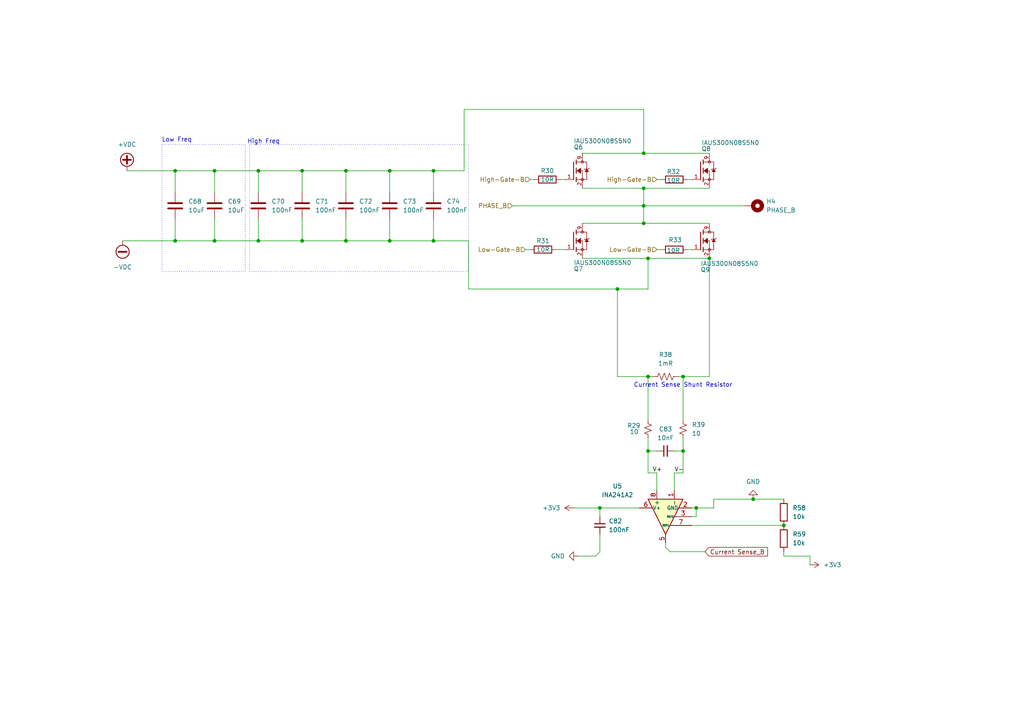
<source format=kicad_sch>
(kicad_sch (version 20250114) (generator "eeschema") (generator_version "9.0")
  (paper "A4")
  (lib_symbols
    (symbol "Device:C" (pin_numbers (hide yes)) (pin_names (offset 0.254))
      (property "Reference" "C" (at 0.635 2.54 0))
      (property "Value" "C" (at 0.635 -2.54 0))
      (symbol "C_0_1"
        (polyline (pts (xy -2.032 0.762) (xy 2.032 0.762)) (stroke (width 0.508)))
        (polyline (pts (xy -2.032 -0.762) (xy 2.032 -0.762)) (stroke (width 0.508)))
      )
      (symbol "C_1_1"
        (pin passive line (at 0 3.81 270) (length 2.794) (name "~") (number "1"))
        (pin passive line (at 0 -3.81 90) (length 2.794) (name "~") (number "2"))
      )
    )
    (symbol "Device:R" (pin_numbers (hide yes)) (pin_names (offset 0))
      (property "Reference" "R" (at 2.032 0 90))
      (property "Value" "R" (at 0 0 90))
      (symbol "R_0_1"
        (rectangle (start -1.016 -2.54) (end 1.016 2.54) (stroke (width 0.254)))
      )
      (symbol "R_1_1"
        (pin passive line (at 0 3.81 270) (length 1.27) (name "~") (number "1"))
        (pin passive line (at 0 -3.81 90) (length 1.27) (name "~") (number "2"))
      )
    )
    (symbol "IAUS300N08S5N014ATMA1:IAUS300N08S5N014ATMA1" (pin_names (offset 1.016))
      (property "Reference" "Q" (at -8.89 2.54 0))
      (property "Value" "IAUS300N08S5N014ATMA1" (at -8.89 -7.62 0))
      (symbol "IAUS300N08S5N014ATMA1_0_0"
        (polyline (pts (xy 0 2.54) (xy 0 -2.54)) (stroke (width 0.254)))
        (polyline (pts (xy 0.762 3.175) (xy 0.762 2.54)) (stroke (width 0.254)))
        (polyline (pts (xy 0.762 2.54) (xy 0.762 1.905)) (stroke (width 0.254)))
        (polyline (pts (xy 0.762 2.54) (xy 3.81 2.54)) (stroke (width 0.1524)))
        (polyline (pts (xy 0.762 0.762) (xy 0.762 0)) (stroke (width 0.254)))
        (polyline (pts (xy 0.762 0) (xy 0.762 -0.762)) (stroke (width 0.254)))
        (polyline (pts (xy 0.762 0) (xy 2.54 0)) (stroke (width 0.1524)))
        (polyline (pts (xy 0.762 -1.905) (xy 0.762 -2.54)) (stroke (width 0.254)))
        (polyline (pts (xy 0.762 -2.54) (xy 0.762 -3.175)) (stroke (width 0.254)))
        (polyline (pts (xy 1.016 0) (xy 2.032 0.762) (xy 2.032 -0.762) (xy 1.016 0)) (stroke (width 0.1524)) (fill (type outline)))
        (circle (center 2.54 2.54) (radius 0.3592))
        (polyline (pts (xy 2.54 0) (xy 2.54 -2.54)) (stroke (width 0.1524)))
        (polyline (pts (xy 2.54 -2.54) (xy 0.762 -2.54)) (stroke (width 0.1524)))
        (polyline (pts (xy 2.54 -2.54) (xy 3.81 -2.54)) (stroke (width 0.1524)))
        (circle (center 2.54 -2.54) (radius 0.3592))
        (polyline (pts (xy 3.302 0.508) (xy 3.048 0.254)) (stroke (width 0.1524)))
        (polyline (pts (xy 3.81 2.54) (xy 3.81 0.508)) (stroke (width 0.1524)))
        (polyline (pts (xy 3.81 0.508) (xy 3.302 0.508)) (stroke (width 0.1524)))
        (polyline (pts (xy 3.81 0.508) (xy 3.81 -2.54)) (stroke (width 0.1524)))
        (polyline (pts (xy 3.81 0.508) (xy 3.302 -0.254) (xy 4.318 -0.254) (xy 3.81 0.508)) (stroke (width 0.1524)) (fill (type outline)))
        (polyline (pts (xy 4.318 0.508) (xy 3.81 0.508)) (stroke (width 0.1524)))
        (polyline (pts (xy 4.572 0.762) (xy 4.318 0.508)) (stroke (width 0.1524)))
        (pin passive line (at -2.54 -2.54 0) (length 2.54) (name "~") (number "1"))
        (pin passive line (at 2.54 5.08 270) (length 2.54) (name "~") (number "9"))
        (pin passive line (at 2.54 -5.08 90) (length 2.54) (name "~") (number "2"))
        (pin passive line (at 2.54 -5.08 90) (length 2.54) (hide yes) (name "~") (number "3"))
        (pin passive line (at 2.54 -5.08 90) (length 2.54) (hide yes) (name "~") (number "4"))
        (pin passive line (at 2.54 -5.08 90) (length 2.54) (hide yes) (name "~") (number "5"))
        (pin passive line (at 2.54 -5.08 90) (length 2.54) (hide yes) (name "~") (number "6"))
        (pin passive line (at 2.54 -5.08 90) (length 2.54) (hide yes) (name "~") (number "7"))
        (pin passive line (at 2.54 -5.08 90) (length 2.54) (hide yes) (name "~") (number "8"))
      )
    )
    (symbol "Mechanical:MountingHole_Pad" (pin_numbers (hide yes)) (pin_names (offset 1.016) (hide yes)) (in_bom no)
      (property "Reference" "H" (at 0 6.35 0))
      (property "Value" "MountingHole_Pad" (at 0 4.445 0))
      (symbol "MountingHole_Pad_0_1"
        (circle (center 0 1.27) (radius 1.27) (stroke (width 1.27)))
      )
      (symbol "MountingHole_Pad_1_1"
        (pin input line (at 0 -2.54 90) (length 2.54) (name "1") (number "1"))
      )
    )
    (symbol "OpenMD:C_Small" (pin_numbers (hide yes)) (pin_names (offset 0.254) (hide yes))
      (property "Reference" "C" (at 0.254 1.778 0))
      (property "Value" "C_Small" (at 0.254 -2.032 0))
      (symbol "C_Small_0_1"
        (polyline (pts (xy -1.524 0.508) (xy 1.524 0.508)) (stroke (width 0.3048)))
        (polyline (pts (xy -1.524 -0.508) (xy 1.524 -0.508)) (stroke (width 0.3302)))
      )
      (symbol "C_Small_1_1"
        (pin passive line (at 0 2.54 270) (length 2.032) (name "~") (number "1"))
        (pin passive line (at 0 -2.54 90) (length 2.032) (name "~") (number "2"))
      )
    )
    (symbol "OpenMD:INA241A2xDDF" (pin_names (offset 0.127))
      (property "Reference" "U" (at 3.81 3.81 0))
      (property "Value" "INA241A2xDDF" (at 3.81 -2.54 0))
      (symbol "INA241A2xDDF_0_1"
        (polyline (pts (xy 5.08 0) (xy -5.08 5.08) (xy -5.08 -5.08) (xy 5.08 0)) (stroke (width 0.254)) (fill (type background)))
      )
      (symbol "INA241A2xDDF_1_1"
        (pin input line (at -7.62 2.54 0) (length 2.54) (name "+") (number "8"))
        (pin input line (at -7.62 -2.54 0) (length 2.54) (name "-") (number "1"))
        (pin power_in line (at -2.54 7.62 270) (length 3.81) (name "V+") (number "6"))
        (pin power_in line (at -2.54 -7.62 90) (length 3.81) (name "GND") (number "2"))
        (pin passive line (at -2.54 -7.62 90) (length 3.81) (hide yes) (name "GND") (number "4"))
        (pin passive line (at 0 -7.62 90) (length 5.08) (name "REF2") (number "3"))
        (pin passive line (at 2.54 -7.62 90) (length 6.35) (name "REF1") (number "7"))
        (pin output line (at 7.62 0 180) (length 2.54) (name "~") (number "5"))
      )
    )
    (symbol "OpenMD:R_Small_US" (pin_numbers (hide yes)) (pin_names (offset 0.254) (hide yes))
      (property "Reference" "R" (at 0.762 0.508 0))
      (property "Value" "R_Small_US" (at 0.762 -1.016 0))
      (symbol "R_Small_US_1_1"
        (polyline (pts (xy 0 1.524) (xy 1.016 1.143) (xy 0 0.762) (xy -1.016 0.381) (xy 0 0)))
        (polyline (pts (xy 0 0) (xy 1.016 -0.381) (xy 0 -0.762) (xy -1.016 -1.143) (xy 0 -1.524)))
        (pin passive line (at 0 2.54 270) (length 1.016) (name "~") (number "1"))
        (pin passive line (at 0 -2.54 90) (length 1.016) (name "~") (number "2"))
      )
    )
    (symbol "OpenMD:R_US" (pin_numbers (hide yes)) (pin_names (offset 0))
      (property "Reference" "R" (at 2.54 0 90))
      (property "Value" "R_US" (at -2.54 0 90))
      (symbol "R_US_0_1"
        (polyline (pts (xy 0 2.286) (xy 0 2.54)))
        (polyline (pts (xy 0 2.286) (xy 1.016 1.905) (xy 0 1.524) (xy -1.016 1.143) (xy 0 0.762)))
        (polyline (pts (xy 0 0.762) (xy 1.016 0.381) (xy 0 0) (xy -1.016 -0.381) (xy 0 -0.762)))
        (polyline (pts (xy 0 -0.762) (xy 1.016 -1.143) (xy 0 -1.524) (xy -1.016 -1.905) (xy 0 -2.286)))
        (polyline (pts (xy 0 -2.286) (xy 0 -2.54)))
      )
      (symbol "R_US_1_1"
        (pin passive line (at 0 3.81 270) (length 1.27) (name "~") (number "1"))
        (pin passive line (at 0 -3.81 90) (length 1.27) (name "~") (number "2"))
      )
    )
    (symbol "power:+3V3" (power) (pin_numbers (hide yes)) (pin_names (offset 0) (hide yes))
      (property "Value" "+3V3" (at 0 3.556 0))
      (symbol "+3V3_0_1"
        (polyline (pts (xy -0.762 1.27) (xy 0 2.54)))
        (polyline (pts (xy 0 2.54) (xy 0.762 1.27)))
        (polyline (pts (xy 0 0) (xy 0 2.54)))
      )
      (symbol "+3V3_1_1"
        (pin power_in line (at 0 0 90) (length 0) (name "~") (number "1"))
      )
    )
    (symbol "power:+VDC" (power) (pin_numbers (hide yes)) (pin_names (offset 0) (hide yes))
      (property "Value" "+VDC" (at 0 6.35 0))
      (symbol "+VDC_0_1"
        (polyline (pts (xy -1.143 3.175) (xy 1.143 3.175)) (stroke (width 0.508)))
        (circle (center 0 3.175) (radius 1.905) (stroke (width 0.254)))
        (polyline (pts (xy 0 2.032) (xy 0 4.318)) (stroke (width 0.508)))
        (polyline (pts (xy 0 0) (xy 0 1.27)))
      )
      (symbol "+VDC_1_1"
        (pin power_in line (at 0 0 90) (length 0) (name "~") (number "1"))
      )
    )
    (symbol "power:-VDC" (power) (pin_numbers (hide yes)) (pin_names (offset 0) (hide yes))
      (property "Value" "-VDC" (at 0 6.35 0))
      (symbol "-VDC_0_1"
        (polyline (pts (xy -1.143 3.175) (xy 1.143 3.175)) (stroke (width 0.508)))
        (circle (center 0 3.175) (radius 1.905) (stroke (width 0.254)))
        (polyline (pts (xy 0 0) (xy 0 1.27)))
      )
      (symbol "-VDC_1_1"
        (pin power_in line (at 0 0 90) (length 0) (name "~") (number "1"))
      )
    )
    (symbol "power:GND" (power) (pin_numbers (hide yes)) (pin_names (offset 0) (hide yes))
      (property "Value" "GND" (at 0 -3.81 0))
      (symbol "GND_0_1"
        (polyline (pts (xy 0 0) (xy 0 -1.27) (xy 1.27 -1.27) (xy 0 -2.54) (xy -1.27 -1.27) (xy 0 -1.27)))
      )
      (symbol "GND_1_1"
        (pin power_in line (at 0 0 270) (length 0) (name "~") (number "1"))
      )
    )
  )
  (rectangle (start 72.39 41.91) (end 135.89 78.74) (stroke (width 0) (type dot)))
  (rectangle (start 46.99 41.91) (end 71.12 78.74) (stroke (width 0) (type dot)))
  (text "Low Freq\n" (at 51.308 40.64 0) (effects (font (size 1.27 1.27))))
  (text "Current Sense Shunt Resistor\n" (at 198.12 111.76 0) (effects (font (size 1.27 1.27))))
  (text "High Freq\n" (at 76.454 41.148 0) (effects (font (size 1.27 1.27))))
  (junction (at 62.23 69.85))
  (junction (at 187.96 130.81))
  (junction (at 227.33 152.4))
  (junction (at 100.33 69.85))
  (junction (at 50.8 69.85))
  (junction (at 218.44 144.78))
  (junction (at 198.12 130.81))
  (junction (at 186.69 59.69))
  (junction (at 113.03 69.85))
  (junction (at 173.99 147.32))
  (junction (at 87.63 69.85))
  (junction (at 201.93 147.32))
  (junction (at 187.96 109.22))
  (junction (at 125.73 49.53))
  (junction (at 125.73 69.85))
  (junction (at 100.33 49.53))
  (junction (at 186.69 54.61))
  (junction (at 87.63 49.53))
  (junction (at 62.23 49.53))
  (junction (at 186.69 44.45))
  (junction (at 198.12 109.22))
  (junction (at 205.74 74.93))
  (junction (at 74.93 49.53))
  (junction (at 113.03 49.53))
  (junction (at 50.8 49.53))
  (junction (at 179.07 83.82))
  (junction (at 186.69 64.77))
  (junction (at 187.96 74.93))
  (junction (at 74.93 69.85))
  (wire (pts (xy 36.83 49.53) (xy 50.8 49.53)))
  (wire (pts (xy 135.89 83.82) (xy 179.07 83.82)))
  (wire (pts (xy 186.69 44.45) (xy 205.74 44.45)))
  (wire (pts (xy 113.03 69.85) (xy 125.73 69.85)))
  (wire (pts (xy 200.66 147.32) (xy 201.93 147.32)))
  (wire (pts (xy 179.07 109.22) (xy 187.96 109.22)))
  (wire (pts (xy 148.59 59.69) (xy 186.69 59.69)))
  (wire (pts (xy 113.03 63.5) (xy 113.03 69.85)))
  (wire (pts (xy 125.73 49.53) (xy 134.62 49.53)))
  (wire (pts (xy 168.91 64.77) (xy 186.69 64.77)))
  (wire (pts (xy 193.04 157.48) (xy 193.04 158.75)))
  (wire (pts (xy 50.8 49.53) (xy 50.8 55.88)))
  (wire (pts (xy 205.74 109.22) (xy 198.12 109.22)))
  (wire (pts (xy 186.69 31.75) (xy 134.62 31.75)))
  (wire (pts (xy 195.58 130.81) (xy 198.12 130.81)))
  (wire (pts (xy 227.33 160.02) (xy 227.33 161.29)))
  (wire (pts (xy 234.95 161.29) (xy 227.33 161.29)))
  (wire (pts (xy 187.96 130.81) (xy 187.96 137.16)))
  (wire (pts (xy 207.01 144.78) (xy 207.01 147.32)))
  (wire (pts (xy 62.23 63.5) (xy 62.23 69.85)))
  (wire (pts (xy 100.33 49.53) (xy 113.03 49.53)))
  (wire (pts (xy 187.96 109.22) (xy 187.96 121.92)))
  (wire (pts (xy 100.33 49.53) (xy 100.33 55.88)))
  (wire (pts (xy 198.12 130.81) (xy 198.12 137.16)))
  (wire (pts (xy 201.93 147.32) (xy 207.01 147.32)))
  (wire (pts (xy 179.07 83.82) (xy 187.96 83.82)))
  (wire (pts (xy 187.96 74.93) (xy 187.96 83.82)))
  (wire (pts (xy 187.96 127) (xy 187.96 130.81)))
  (wire (pts (xy 190.5 137.16) (xy 190.5 142.24)))
  (wire (pts (xy 186.69 54.61) (xy 186.69 59.69)))
  (wire (pts (xy 227.33 144.78) (xy 218.44 144.78)))
  (wire (pts (xy 187.96 74.93) (xy 205.74 74.93)))
  (wire (pts (xy 196.85 109.22) (xy 198.12 109.22)))
  (wire (pts (xy 186.69 64.77) (xy 205.74 64.77)))
  (wire (pts (xy 205.74 74.93) (xy 205.74 109.22)))
  (wire (pts (xy 113.03 49.53) (xy 125.73 49.53)))
  (wire (pts (xy 218.44 144.78) (xy 207.01 144.78)))
  (wire (pts (xy 50.8 69.85) (xy 62.23 69.85)))
  (wire (pts (xy 200.66 149.86) (xy 201.93 149.86)))
  (wire (pts (xy 74.93 69.85) (xy 87.63 69.85)))
  (wire (pts (xy 227.33 152.4) (xy 200.66 152.4)))
  (wire (pts (xy 198.12 127) (xy 198.12 130.81)))
  (wire (pts (xy 87.63 63.5) (xy 87.63 69.85)))
  (wire (pts (xy 194.31 160.02) (xy 204.47 160.02)))
  (wire (pts (xy 168.91 54.61) (xy 186.69 54.61)))
  (wire (pts (xy 50.8 63.5) (xy 50.8 69.85)))
  (wire (pts (xy 186.69 31.75) (xy 186.69 44.45)))
  (wire (pts (xy 74.93 63.5) (xy 74.93 69.85)))
  (wire (pts (xy 125.73 69.85) (xy 135.89 69.85)))
  (wire (pts (xy 87.63 49.53) (xy 100.33 49.53)))
  (wire (pts (xy 125.73 55.88) (xy 125.73 49.53)))
  (wire (pts (xy 179.07 83.82) (xy 179.07 109.22)))
  (wire (pts (xy 113.03 55.88) (xy 113.03 49.53)))
  (wire (pts (xy 162.56 52.07) (xy 163.83 52.07)))
  (wire (pts (xy 234.95 161.29) (xy 234.95 163.83)))
  (wire (pts (xy 153.67 72.39) (xy 152.4 72.39)))
  (wire (pts (xy 153.67 52.07) (xy 154.94 52.07)))
  (wire (pts (xy 134.62 31.75) (xy 134.62 49.53)))
  (wire (pts (xy 173.99 147.32) (xy 173.99 149.86)))
  (wire (pts (xy 74.93 49.53) (xy 74.93 55.88)))
  (wire (pts (xy 186.69 59.69) (xy 215.9 59.69)))
  (wire (pts (xy 186.69 59.69) (xy 186.69 64.77)))
  (wire (pts (xy 189.23 109.22) (xy 187.96 109.22)))
  (wire (pts (xy 166.37 147.32) (xy 173.99 147.32)))
  (wire (pts (xy 87.63 49.53) (xy 87.63 55.88)))
  (wire (pts (xy 172.72 161.29) (xy 173.99 160.02)))
  (wire (pts (xy 50.8 49.53) (xy 62.23 49.53)))
  (wire (pts (xy 199.39 52.07) (xy 200.66 52.07)))
  (wire (pts (xy 87.63 69.85) (xy 100.33 69.85)))
  (wire (pts (xy 168.91 74.93) (xy 187.96 74.93)))
  (wire (pts (xy 62.23 69.85) (xy 74.93 69.85)))
  (wire (pts (xy 35.56 69.85) (xy 50.8 69.85)))
  (wire (pts (xy 173.99 147.32) (xy 185.42 147.32)))
  (wire (pts (xy 100.33 63.5) (xy 100.33 69.85)))
  (wire (pts (xy 199.39 72.39) (xy 200.66 72.39)))
  (wire (pts (xy 198.12 109.22) (xy 198.12 121.92)))
  (wire (pts (xy 190.5 52.07) (xy 191.77 52.07)))
  (wire (pts (xy 193.04 158.75) (xy 194.31 160.02)))
  (wire (pts (xy 187.96 130.81) (xy 190.5 130.81)))
  (wire (pts (xy 201.93 147.32) (xy 201.93 149.86)))
  (wire (pts (xy 74.93 49.53) (xy 87.63 49.53)))
  (wire (pts (xy 195.58 137.16) (xy 195.58 142.24)))
  (wire (pts (xy 186.69 54.61) (xy 205.74 54.61)))
  (wire (pts (xy 100.33 69.85) (xy 113.03 69.85)))
  (wire (pts (xy 125.73 63.5) (xy 125.73 69.85)))
  (wire (pts (xy 62.23 49.53) (xy 74.93 49.53)))
  (wire (pts (xy 62.23 49.53) (xy 62.23 55.88)))
  (wire (pts (xy 173.99 154.94) (xy 173.99 160.02)))
  (wire (pts (xy 167.64 161.29) (xy 172.72 161.29)))
  (wire (pts (xy 187.96 137.16) (xy 190.5 137.16)))
  (wire (pts (xy 168.91 44.45) (xy 186.69 44.45)))
  (wire (pts (xy 195.58 137.16) (xy 198.12 137.16)))
  (wire (pts (xy 135.89 83.82) (xy 135.89 69.85)))
  (wire (pts (xy 190.5 72.39) (xy 191.77 72.39)))
  (wire (pts (xy 161.29 72.39) (xy 163.83 72.39)))
  (label "V-" (at 195.58 137.16 0))
  (label "V+" (at 189.23 137.16 0))
  (global_label "Current Sense_B" (shape input) (at 204.47 160.02 0) (property "Intersheetrefs" "${INTERSHEET_REFS}" (effects (hide yes))))
  (hierarchical_label "High-Gate-B" (shape input) (at 190.5 52.07 180))
  (hierarchical_label "High-Gate-B" (shape input) (at 153.67 52.07 180))
  (hierarchical_label "Low-Gate-B" (shape input) (at 190.5 72.39 180))
  (hierarchical_label "Low-Gate-B" (shape input) (at 152.4 72.39 180))
  (hierarchical_label "PHASE_B" (shape input) (at 148.59 59.69 180))
  (symbol (lib_id "Device:C") (at 125.73 59.69 0) (unit 1)
    (property "Reference" "C74" (at 129.54 58.4199 0) (effects (justify left)))
    (property "Value" "100nF" (at 129.54 60.9599 0) (effects (justify left)))
    (property "Footprint" "Capacitor_SMD:C_0805_2012Metric_Pad1.18x1.45mm_HandSolder" (effects (hide yes)))
    (property "Description" "Unpolarized capacitor" (effects (hide yes)))
  )
  (symbol (lib_id "Device:R") (at 227.33 148.59 0) (unit 1)
    (property "Reference" "R58" (at 229.87 147.3199 0) (effects (justify left)))
    (property "Value" "10k" (at 229.87 149.8599 0) (effects (justify left)))
    (property "Footprint" "Resistor_SMD:R_1812_4532Metric_Pad1.30x3.40mm_HandSolder" (effects (hide yes)))
    (property "Description" "Resistor" (effects (hide yes)))
  )
  (symbol (lib_id "Device:C") (at 50.8 59.69 0) (unit 1)
    (property "Reference" "C68" (at 54.61 58.4199 0) (effects (justify left)))
    (property "Value" "10uF" (at 54.61 60.9599 0) (effects (justify left)))
    (property "Footprint" "Capacitor_SMD:C_1210_3225Metric_Pad1.33x2.70mm_HandSolder" (effects (hide yes)))
    (property "Description" "Unpolarized capacitor" (effects (hide yes)))
  )
  (symbol (lib_id "IAUS300N08S5N014ATMA1:IAUS300N08S5N014ATMA1") (at 166.37 49.53 0) (unit 1)
    (property "Reference" "Q6" (at 166.37 42.672 0) (effects (justify left)))
    (property "Value" "IAUS300N08S5N0" (at 166.37 40.894 0) (effects (justify left)))
    (property "Footprint" "MOSFET:TRANS_IAUS300N08S5N014ATMA1" (effects (hide yes)))
    (property "MF" "Infineon Technologies" (effects (hide yes)))
    (property "DESCRIPTION" "N-Channel 80V 300A _Tc_ 300W _Tc_ Surface Mount PG-HSOG-8-1" (effects (hide yes)))
    (property "PACKAGE" "PowerSMD-8 Infineon Technologies" (effects (hide yes)))
    (property "PRICE" "None" (effects (hide yes)))
    (property "Package" "PowerSMD-8 Infineon Technologies" (effects (hide yes)))
    (property "Check_prices" "https://www.snapeda.com/parts/IAUS300N08S5N014ATMA1/Infineon/view-part/?ref=eda" (effects (hide yes)))
    (property "Price" "None" (effects (hide yes)))
    (property "SnapEDA_Link" "https://www.snapeda.com/parts/IAUS300N08S5N014ATMA1/Infineon/view-part/?ref=snap" (effects (hide yes)))
    (property "MP" "IAUS300N08S5N014ATMA1" (effects (hide yes)))
    (property "Availability" "In Stock" (effects (hide yes)))
    (property "AVAILABILITY" "Unavailable" (effects (hide yes)))
    (property "Description_1" "N-Channel 80 V 300A (Tc) 300W (Tc) Surface Mount PG-HSOG-8-1" (effects (hide yes)))
  )
  (symbol (lib_id "OpenMD:R_US") (at 193.04 109.22 90) (unit 1)
    (property "Reference" "R38" (at 193.04 102.87 90))
    (property "Value" "1mR" (at 193.04 105.41 90))
    (property "Footprint" "Resistor_SMD:R_2512_6332Metric_Pad1.40x3.35mm_HandSolder" (effects (hide yes)))
    (property "Description" "Resistor, US symbol" (effects (hide yes)))
    (property "Rating" "3W" (effects (hide yes)))
    (property "Source" "LCSC" (effects (hide yes)))
    (property "Manufacturer_Part_Number" "ASR-M-3-0.5F" (effects (hide yes)))
  )
  (symbol (lib_id "Device:C") (at 62.23 59.69 0) (unit 1)
    (property "Reference" "C69" (at 66.04 58.4199 0) (effects (justify left)))
    (property "Value" "10uF" (at 66.04 60.9599 0) (effects (justify left)))
    (property "Footprint" "Capacitor_SMD:C_1210_3225Metric_Pad1.33x2.70mm_HandSolder" (effects (hide yes)))
    (property "Description" "Unpolarized capacitor" (effects (hide yes)))
  )
  (symbol (lib_id "OpenMD:C_Small") (at 173.99 152.4 0) (unit 1)
    (property "Reference" "C82" (at 176.53 151.1362 0) (effects (justify left)))
    (property "Value" "100nF" (at 176.53 153.6762 0) (effects (justify left)))
    (property "Footprint" "Capacitor_SMD:C_0402_1005Metric_Pad0.74x0.62mm_HandSolder" (effects (hide yes)))
    (property "Description" "Unpolarized capacitor, small symbol" (effects (hide yes)))
    (property "Rating" "6.3V" (effects (hide yes)))
    (property "Source" "LCSC" (effects (hide yes)))
    (property "Manufacturer_Part_Number" "CGA0603X7R104K500JT" (effects (hide yes)))
  )
  (symbol (lib_id "power:+VDC") (at 36.83 49.53 0) (unit 1)
    (property "Reference" "#PWR096" (effects (hide yes)))
    (property "Value" "+VDC" (at 36.83 41.91 0))
    (property "Description" "Power symbol creates a global label with name \"+VDC\"" (effects (hide yes)))
  )
  (symbol (lib_id "Device:R") (at 227.33 156.21 0) (unit 1)
    (property "Reference" "R59" (at 229.87 154.9399 0) (effects (justify left)))
    (property "Value" "10k" (at 229.87 157.4799 0) (effects (justify left)))
    (property "Footprint" "Resistor_SMD:R_1812_4532Metric_Pad1.30x3.40mm_HandSolder" (effects (hide yes)))
    (property "Description" "Resistor" (effects (hide yes)))
  )
  (symbol (lib_id "Device:C") (at 113.03 59.69 0) (unit 1)
    (property "Reference" "C73" (at 116.84 58.4199 0) (effects (justify left)))
    (property "Value" "100nF" (at 116.84 60.9599 0) (effects (justify left)))
    (property "Footprint" "Capacitor_SMD:C_0805_2012Metric_Pad1.18x1.45mm_HandSolder" (effects (hide yes)))
    (property "Description" "Unpolarized capacitor" (effects (hide yes)))
  )
  (symbol (lib_id "OpenMD:INA241A2xDDF") (at 193.04 149.86 90) (mirror x) (unit 1)
    (property "Reference" "U5" (at 179.07 141.0014 90))
    (property "Value" "INA241A2" (at 179.07 143.5414 90))
    (property "Footprint" "Package_TO_SOT_SMD:SOT-23-8_Handsoldering" (effects (hide yes)))
    (property "Datasheet" "https://www.ti.com/lit/ds/symlink/ina296x.pdf" (effects (hide yes)))
    (property "Description" "High- and Low-Side, Bidirectional, Zero-Drift, Current-Sense Amplifier With Enhanced PWM Rejection, 20V/V, ±0.01% Gain Accuracy, ±10 μV Offset Voltage, SOIC-8" (effects (hide yes)))
    (property "Rating" "110V" (effects (hide yes)))
    (property "Source" "LCSC" (effects (hide yes)))
    (property "Manufacturer_Part_Number" "INA241A2DDFR" (effects (hide yes)))
  )
  (symbol (lib_id "power:+3V3") (at 166.37 147.32 90) (unit 1)
    (property "Reference" "#PWR055" (effects (hide yes)))
    (property "Value" "+3V3" (at 162.56 147.3199 90) (effects (justify left)))
    (property "Description" "Power symbol creates a global label with name \"+3V3\"" (effects (hide yes)))
  )
  (symbol (lib_id "Mechanical:MountingHole_Pad") (at 218.44 59.69 270) (unit 1) (in_bom no)
    (property "Reference" "H4" (at 222.25 58.4199 90) (effects (justify left)))
    (property "Value" "PHASE_B" (at 222.25 60.9599 90) (effects (justify left)))
    (property "Footprint" "MountingHole:MountingHole_3.7mm_Pad_Via" (effects (hide yes)))
    (property "Description" "Mounting Hole with connection" (effects (hide yes)))
  )
  (symbol (lib_id "IAUS300N08S5N014ATMA1:IAUS300N08S5N014ATMA1") (at 166.37 69.85 0) (unit 1)
    (property "Reference" "Q7" (at 166.37 77.978 0) (effects (justify left)))
    (property "Value" "IAUS300N08S5N0" (at 166.37 76.2 0) (effects (justify left)))
    (property "Footprint" "MOSFET:TRANS_IAUS300N08S5N014ATMA1" (effects (hide yes)))
    (property "MF" "Infineon Technologies" (effects (hide yes)))
    (property "DESCRIPTION" "N-Channel 80V 300A _Tc_ 300W _Tc_ Surface Mount PG-HSOG-8-1" (effects (hide yes)))
    (property "PACKAGE" "PowerSMD-8 Infineon Technologies" (effects (hide yes)))
    (property "PRICE" "None" (effects (hide yes)))
    (property "Package" "PowerSMD-8 Infineon Technologies" (effects (hide yes)))
    (property "Check_prices" "https://www.snapeda.com/parts/IAUS300N08S5N014ATMA1/Infineon/view-part/?ref=eda" (effects (hide yes)))
    (property "Price" "None" (effects (hide yes)))
    (property "SnapEDA_Link" "https://www.snapeda.com/parts/IAUS300N08S5N014ATMA1/Infineon/view-part/?ref=snap" (effects (hide yes)))
    (property "MP" "IAUS300N08S5N014ATMA1" (effects (hide yes)))
    (property "Availability" "In Stock" (effects (hide yes)))
    (property "AVAILABILITY" "Unavailable" (effects (hide yes)))
    (property "Description_1" "N-Channel 80 V 300A (Tc) 300W (Tc) Surface Mount PG-HSOG-8-1" (effects (hide yes)))
  )
  (symbol (lib_id "Device:R") (at 157.48 72.39 90) (unit 1)
    (property "Reference" "R31" (at 157.48 69.85 90))
    (property "Value" "10R" (at 157.48 72.39 90))
    (property "Footprint" "Resistor_SMD:R_0805_2012Metric_Pad1.20x1.40mm_HandSolder" (effects (hide yes)))
    (property "Description" "Resistor" (effects (hide yes)))
  )
  (symbol (lib_id "OpenMD:R_Small_US") (at 198.12 124.46 0) (unit 1)
    (property "Reference" "R39" (at 200.66 123.1899 0) (effects (justify left)))
    (property "Value" "10" (at 200.66 125.7299 0) (effects (justify left)))
    (property "Footprint" "Resistor_SMD:R_0402_1005Metric_Pad0.72x0.64mm_HandSolder" (effects (hide yes)))
    (property "Description" "Resistor, small US symbol" (effects (hide yes)))
    (property "Rating" "100mW" (effects (hide yes)))
    (property "Source" "LCSC" (effects (hide yes)))
    (property "Manufacturer_Part_Number" "RTT0310R0FTP" (effects (hide yes)))
  )
  (symbol (lib_id "Device:R") (at 158.75 52.07 90) (unit 1)
    (property "Reference" "R30" (at 158.75 49.53 90))
    (property "Value" "10R" (at 158.75 52.07 90))
    (property "Footprint" "Resistor_SMD:R_0805_2012Metric_Pad1.20x1.40mm_HandSolder" (effects (hide yes)))
    (property "Description" "Resistor" (effects (hide yes)))
  )
  (symbol (lib_id "Device:C") (at 74.93 59.69 0) (unit 1)
    (property "Reference" "C70" (at 78.74 58.4199 0) (effects (justify left)))
    (property "Value" "100nF" (at 78.74 60.9599 0) (effects (justify left)))
    (property "Footprint" "Capacitor_SMD:C_0805_2012Metric_Pad1.18x1.45mm_HandSolder" (effects (hide yes)))
    (property "Description" "Unpolarized capacitor" (effects (hide yes)))
  )
  (symbol (lib_id "OpenMD:R_Small_US") (at 187.96 124.46 0) (unit 1)
    (property "Reference" "R29" (at 181.864 123.444 0) (effects (justify left)))
    (property "Value" "10" (at 182.626 125.222 0) (effects (justify left)))
    (property "Footprint" "Resistor_SMD:R_0402_1005Metric_Pad0.72x0.64mm_HandSolder" (effects (hide yes)))
    (property "Description" "Resistor, small US symbol" (effects (hide yes)))
    (property "Rating" "100mW" (effects (hide yes)))
    (property "Source" "LCSC" (effects (hide yes)))
    (property "Manufacturer_Part_Number" "RTT0310R0FTP" (effects (hide yes)))
  )
  (symbol (lib_id "Device:R") (at 195.58 72.39 90) (unit 1)
    (property "Reference" "R33" (at 195.834 69.596 90))
    (property "Value" "10R" (at 195.326 72.644 90))
    (property "Footprint" "Resistor_SMD:R_0805_2012Metric_Pad1.20x1.40mm_HandSolder" (effects (hide yes)))
    (property "Description" "Resistor" (effects (hide yes)))
  )
  (symbol (lib_id "power:GND") (at 218.44 144.78 180) (unit 1)
    (property "Reference" "#PWR0104" (effects (hide yes)))
    (property "Value" "GND" (at 218.44 139.7 0))
    (property "Description" "Power symbol creates a global label with name \"GND\" , ground" (effects (hide yes)))
  )
  (symbol (lib_id "power:+3V3") (at 234.95 163.83 270) (unit 1)
    (property "Reference" "#PWR086" (effects (hide yes)))
    (property "Value" "+3V3" (at 238.76 163.8299 90) (effects (justify left)))
    (property "Description" "Power symbol creates a global label with name \"+3V3\"" (effects (hide yes)))
  )
  (symbol (lib_id "power:-VDC") (at 35.56 69.85 180) (unit 1)
    (property "Reference" "#PWR092" (effects (hide yes)))
    (property "Value" "-VDC" (at 35.56 77.47 0))
    (property "Description" "Power symbol creates a global label with name \"-VDC\"" (effects (hide yes)))
  )
  (symbol (lib_id "OpenMD:C_Small") (at 193.04 130.81 90) (unit 1)
    (property "Reference" "C83" (at 193.04 124.46 90))
    (property "Value" "10nF" (at 193.0463 127 90))
    (property "Footprint" "Capacitor_SMD:C_0402_1005Metric_Pad0.74x0.62mm_HandSolder" (effects (hide yes)))
    (property "Description" "Unpolarized capacitor, small symbol" (effects (hide yes)))
    (property "Rating" "5V" (effects (hide yes)))
    (property "Manufacturer_Part_Number" "CSA0603X7R103K500JT" (effects (hide yes)))
    (property "Source" "LCSC" (effects (hide yes)))
  )
  (symbol (lib_id "Device:C") (at 87.63 59.69 0) (unit 1)
    (property "Reference" "C71" (at 91.44 58.4199 0) (effects (justify left)))
    (property "Value" "100nF" (at 91.44 60.9599 0) (effects (justify left)))
    (property "Footprint" "Capacitor_SMD:C_0805_2012Metric_Pad1.18x1.45mm_HandSolder" (effects (hide yes)))
    (property "Description" "Unpolarized capacitor" (effects (hide yes)))
  )
  (symbol (lib_id "Device:C") (at 100.33 59.69 0) (unit 1)
    (property "Reference" "C72" (at 104.14 58.4199 0) (effects (justify left)))
    (property "Value" "100nF" (at 104.14 60.9599 0) (effects (justify left)))
    (property "Footprint" "Capacitor_SMD:C_0805_2012Metric_Pad1.18x1.45mm_HandSolder" (effects (hide yes)))
    (property "Description" "Unpolarized capacitor" (effects (hide yes)))
  )
  (symbol (lib_id "IAUS300N08S5N014ATMA1:IAUS300N08S5N014ATMA1") (at 203.2 69.85 0) (unit 1)
    (property "Reference" "Q9" (at 203.2 78.232 0) (effects (justify left)))
    (property "Value" "IAUS300N08S5N0" (at 203.2 76.454 0) (effects (justify left)))
    (property "Footprint" "MOSFET:TRANS_IAUS300N08S5N014ATMA1" (effects (hide yes)))
    (property "MF" "Infineon Technologies" (effects (hide yes)))
    (property "DESCRIPTION" "N-Channel 80V 300A _Tc_ 300W _Tc_ Surface Mount PG-HSOG-8-1" (effects (hide yes)))
    (property "PACKAGE" "PowerSMD-8 Infineon Technologies" (effects (hide yes)))
    (property "PRICE" "None" (effects (hide yes)))
    (property "Package" "PowerSMD-8 Infineon Technologies" (effects (hide yes)))
    (property "Check_prices" "https://www.snapeda.com/parts/IAUS300N08S5N014ATMA1/Infineon/view-part/?ref=eda" (effects (hide yes)))
    (property "Price" "None" (effects (hide yes)))
    (property "SnapEDA_Link" "https://www.snapeda.com/parts/IAUS300N08S5N014ATMA1/Infineon/view-part/?ref=snap" (effects (hide yes)))
    (property "MP" "IAUS300N08S5N014ATMA1" (effects (hide yes)))
    (property "Availability" "In Stock" (effects (hide yes)))
    (property "AVAILABILITY" "Unavailable" (effects (hide yes)))
    (property "Description_1" "N-Channel 80 V 300A (Tc) 300W (Tc) Surface Mount PG-HSOG-8-1" (effects (hide yes)))
  )
  (symbol (lib_id "IAUS300N08S5N014ATMA1:IAUS300N08S5N014ATMA1") (at 203.2 49.53 0) (unit 1)
    (property "Reference" "Q8" (at 203.454 43.18 0) (effects (justify left)))
    (property "Value" "IAUS300N08S5N0" (at 203.454 41.402 0) (effects (justify left)))
    (property "Footprint" "MOSFET:TRANS_IAUS300N08S5N014ATMA1" (effects (hide yes)))
    (property "MF" "Infineon Technologies" (effects (hide yes)))
    (property "DESCRIPTION" "N-Channel 80V 300A _Tc_ 300W _Tc_ Surface Mount PG-HSOG-8-1" (effects (hide yes)))
    (property "PACKAGE" "PowerSMD-8 Infineon Technologies" (effects (hide yes)))
    (property "PRICE" "None" (effects (hide yes)))
    (property "Package" "PowerSMD-8 Infineon Technologies" (effects (hide yes)))
    (property "Check_prices" "https://www.snapeda.com/parts/IAUS300N08S5N014ATMA1/Infineon/view-part/?ref=eda" (effects (hide yes)))
    (property "Price" "None" (effects (hide yes)))
    (property "SnapEDA_Link" "https://www.snapeda.com/parts/IAUS300N08S5N014ATMA1/Infineon/view-part/?ref=snap" (effects (hide yes)))
    (property "MP" "IAUS300N08S5N014ATMA1" (effects (hide yes)))
    (property "Availability" "In Stock" (effects (hide yes)))
    (property "AVAILABILITY" "Unavailable" (effects (hide yes)))
    (property "Description_1" "N-Channel 80 V 300A (Tc) 300W (Tc) Surface Mount PG-HSOG-8-1" (effects (hide yes)))
  )
  (symbol (lib_id "power:GND") (at 167.64 161.29 270) (unit 1)
    (property "Reference" "#PWR056" (effects (hide yes)))
    (property "Value" "GND" (at 163.83 161.2899 90) (effects (justify right)))
    (property "Description" "Power symbol creates a global label with name \"GND\" , ground" (effects (hide yes)))
  )
  (symbol (lib_id "Device:R") (at 195.58 52.07 90) (unit 1)
    (property "Reference" "R32" (at 195.326 49.784 90))
    (property "Value" "10R" (at 195.326 52.324 90))
    (property "Footprint" "Resistor_SMD:R_0805_2012Metric_Pad1.20x1.40mm_HandSolder" (effects (hide yes)))
    (property "Description" "Resistor" (effects (hide yes)))
  )
)
</source>
